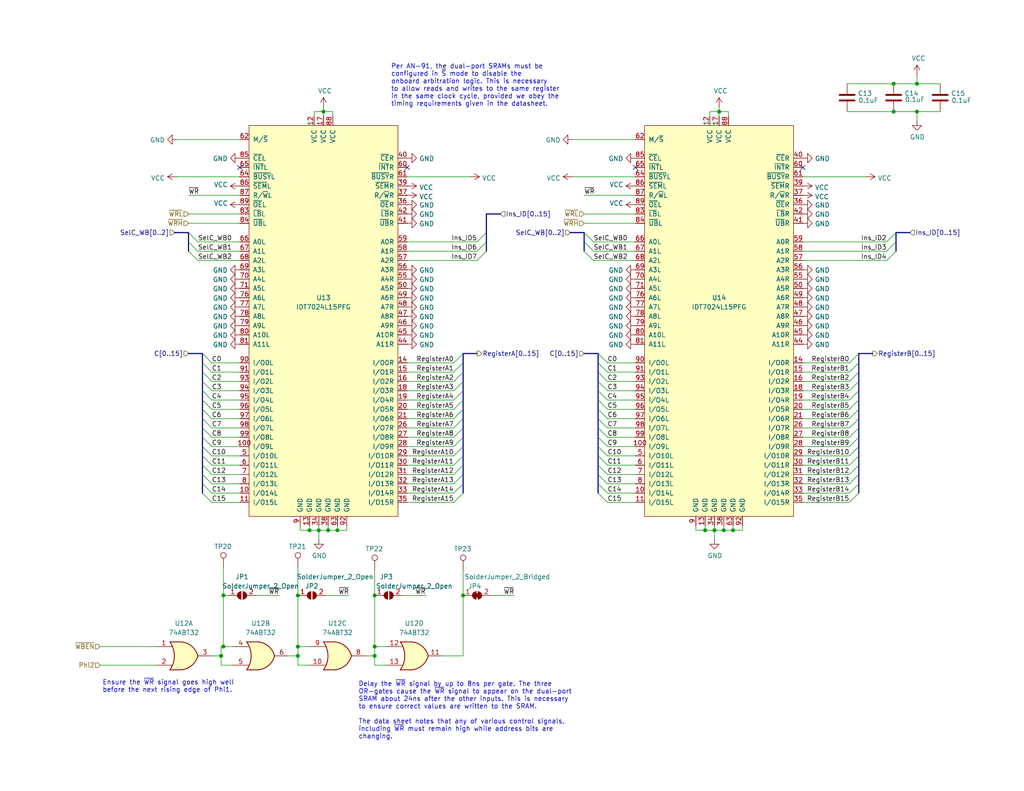
<source format=kicad_sch>
(kicad_sch (version 20250114) (generator "eeschema") (generator_version "9.0")
  (paper "USLetter")
  (title_block (title "Register File") (date "2025-07-02") (rev "A") (comment 4 "Triple Port Register File build from dual port SRAM"))
  (text "Delay the ~{WR} signal by up to 8ns per gate. The three\nOR-gates cause the ~{WR} signal to appear on the dual-port\nSRAM about 24ns after the other inputs. This is necessary\nto ensure correct values are written to the SRAM.\n\nThe data sheet notes that any of various control signals,\nincluding ~{WR} must remain high while address bits are\nchanging." (at 97.79 201.93 0) (effects (font (size 1.27 1.27)) (justify left bottom)))
  (text "Per AN-91, the dual-port SRAMs must be\nconfigured in ~{S} mode to disable the\nonboard arbitration logic. This is necessary\nto allow reads and writes to the same register\nin the same clock cycle, provided we obey the \ntiming requirements given in the datasheet." (at 106.68 29.21 0) (effects (font (size 1.27 1.27)) (justify left bottom)))
  (text "Ensure the ~{WR} signal goes high well\nbefore the next rising edge of Phi1." (at 27.94 189.23 0) (effects (font (size 1.27 1.27)) (justify left bottom)))
  (junction (at 60.96 176.53))
  (junction (at 89.535 144.78))
  (junction (at 88.265 30.48))
  (junction (at 81.28 179.07))
  (junction (at 102.235 162.56))
  (junction (at 243.84 22.86))
  (junction (at 60.96 162.56))
  (junction (at 86.995 144.78))
  (junction (at 192.405 144.78))
  (junction (at 197.485 144.78))
  (junction (at 126.365 162.56))
  (junction (at 243.84 30.48))
  (junction (at 102.235 176.53))
  (junction (at 92.075 144.78))
  (junction (at 196.215 30.48))
  (junction (at 250.19 22.86))
  (junction (at 81.28 176.53))
  (junction (at 250.19 30.48))
  (junction (at 200.025 144.78))
  (junction (at 81.28 162.56))
  (junction (at 84.455 144.78))
  (junction (at 102.235 179.07))
  (junction (at 60.325 179.07))
  (junction (at 194.945 144.78))
  (no_connect (at 111.125 45.72))
  (no_connect (at 65.405 45.72))
  (no_connect (at 219.075 45.72))
  (no_connect (at 173.355 45.72))
  (bus_entry (at 234.315 109.22) (size -2.54 2.54))
  (bus_entry (at 126.365 124.46) (size -2.54 2.54))
  (bus_entry (at 159.385 63.5) (size 2.54 2.54))
  (bus_entry (at 55.245 111.76) (size 2.54 2.54))
  (bus_entry (at 132.715 68.58) (size -2.54 2.54))
  (bus_entry (at 163.195 119.38) (size 2.54 2.54))
  (bus_entry (at 163.195 104.14) (size 2.54 2.54))
  (bus_entry (at 51.435 66.04) (size 2.54 2.54))
  (bus_entry (at 234.315 104.14) (size -2.54 2.54))
  (bus_entry (at 163.195 96.52) (size 2.54 2.54))
  (bus_entry (at 163.195 106.68) (size 2.54 2.54))
  (bus_entry (at 163.195 127) (size 2.54 2.54))
  (bus_entry (at 55.245 96.52) (size 2.54 2.54))
  (bus_entry (at 163.195 116.84) (size 2.54 2.54))
  (bus_entry (at 126.365 121.92) (size -2.54 2.54))
  (bus_entry (at 234.315 119.38) (size -2.54 2.54))
  (bus_entry (at 163.195 101.6) (size 2.54 2.54))
  (bus_entry (at 163.195 121.92) (size 2.54 2.54))
  (bus_entry (at 234.315 114.3) (size -2.54 2.54))
  (bus_entry (at 55.245 109.22) (size 2.54 2.54))
  (bus_entry (at 234.315 106.68) (size -2.54 2.54))
  (bus_entry (at 55.245 134.62) (size 2.54 2.54))
  (bus_entry (at 126.365 127) (size -2.54 2.54))
  (bus_entry (at 55.245 132.08) (size 2.54 2.54))
  (bus_entry (at 126.365 132.08) (size -2.54 2.54))
  (bus_entry (at 244.475 68.58) (size -2.54 2.54))
  (bus_entry (at 126.365 99.06) (size -2.54 2.54))
  (bus_entry (at 234.315 129.54) (size -2.54 2.54))
  (bus_entry (at 244.475 66.04) (size -2.54 2.54))
  (bus_entry (at 55.245 106.68) (size 2.54 2.54))
  (bus_entry (at 55.245 129.54) (size 2.54 2.54))
  (bus_entry (at 55.245 114.3) (size 2.54 2.54))
  (bus_entry (at 163.195 99.06) (size 2.54 2.54))
  (bus_entry (at 126.365 116.84) (size -2.54 2.54))
  (bus_entry (at 55.245 119.38) (size 2.54 2.54))
  (bus_entry (at 126.365 129.54) (size -2.54 2.54))
  (bus_entry (at 132.715 63.5) (size -2.54 2.54))
  (bus_entry (at 163.195 124.46) (size 2.54 2.54))
  (bus_entry (at 51.435 63.5) (size 2.54 2.54))
  (bus_entry (at 234.315 116.84) (size -2.54 2.54))
  (bus_entry (at 163.195 111.76) (size 2.54 2.54))
  (bus_entry (at 126.365 119.38) (size -2.54 2.54))
  (bus_entry (at 55.245 124.46) (size 2.54 2.54))
  (bus_entry (at 234.315 134.62) (size -2.54 2.54))
  (bus_entry (at 55.245 127) (size 2.54 2.54))
  (bus_entry (at 159.385 66.04) (size 2.54 2.54))
  (bus_entry (at 132.715 66.04) (size -2.54 2.54))
  (bus_entry (at 126.365 114.3) (size -2.54 2.54))
  (bus_entry (at 51.435 68.58) (size 2.54 2.54))
  (bus_entry (at 234.315 124.46) (size -2.54 2.54))
  (bus_entry (at 55.245 104.14) (size 2.54 2.54))
  (bus_entry (at 163.195 132.08) (size 2.54 2.54))
  (bus_entry (at 55.245 116.84) (size 2.54 2.54))
  (bus_entry (at 163.195 109.22) (size 2.54 2.54))
  (bus_entry (at 126.365 106.68) (size -2.54 2.54))
  (bus_entry (at 234.315 111.76) (size -2.54 2.54))
  (bus_entry (at 163.195 114.3) (size 2.54 2.54))
  (bus_entry (at 55.245 121.92) (size 2.54 2.54))
  (bus_entry (at 234.315 101.6) (size -2.54 2.54))
  (bus_entry (at 163.195 134.62) (size 2.54 2.54))
  (bus_entry (at 234.315 99.06) (size -2.54 2.54))
  (bus_entry (at 126.365 109.22) (size -2.54 2.54))
  (bus_entry (at 244.475 63.5) (size -2.54 2.54))
  (bus_entry (at 163.195 129.54) (size 2.54 2.54))
  (bus_entry (at 234.315 96.52) (size -2.54 2.54))
  (bus_entry (at 234.315 132.08) (size -2.54 2.54))
  (bus_entry (at 234.315 121.92) (size -2.54 2.54))
  (bus_entry (at 126.365 104.14) (size -2.54 2.54))
  (bus_entry (at 55.245 101.6) (size 2.54 2.54))
  (bus_entry (at 234.315 127) (size -2.54 2.54))
  (bus_entry (at 55.245 99.06) (size 2.54 2.54))
  (bus_entry (at 126.365 134.62) (size -2.54 2.54))
  (bus_entry (at 126.365 111.76) (size -2.54 2.54))
  (bus_entry (at 126.365 96.52) (size -2.54 2.54))
  (bus_entry (at 126.365 101.6) (size -2.54 2.54))
  (bus_entry (at 159.385 68.58) (size 2.54 2.54))
  (bus (pts (xy 55.245 104.14) (xy 55.245 106.68)))
  (wire (pts (xy 116.205 162.56) (xy 109.855 162.56)))
  (wire (pts (xy 219.075 109.22) (xy 231.775 109.22)))
  (bus (pts (xy 126.365 104.14) (xy 126.365 106.68)))
  (wire (pts (xy 156.21 48.26) (xy 173.355 48.26)))
  (wire (pts (xy 111.125 116.84) (xy 123.825 116.84)))
  (wire (pts (xy 250.19 30.48) (xy 243.84 30.48)))
  (bus (pts (xy 248.285 63.5) (xy 244.475 63.5)))
  (bus (pts (xy 234.315 116.84) (xy 234.315 119.38)))
  (wire (pts (xy 57.785 127) (xy 65.405 127)))
  (wire (pts (xy 120.65 179.07) (xy 126.365 179.07)))
  (bus (pts (xy 163.195 132.08) (xy 163.195 134.62)))
  (wire (pts (xy 111.125 48.26) (xy 128.27 48.26)))
  (wire (pts (xy 102.235 162.56) (xy 102.235 176.53)))
  (wire (pts (xy 219.075 114.3) (xy 231.775 114.3)))
  (bus (pts (xy 163.195 121.92) (xy 163.195 124.46)))
  (wire (pts (xy 81.915 143.51) (xy 81.915 144.78)))
  (wire (pts (xy 197.485 144.78) (xy 200.025 144.78)))
  (wire (pts (xy 111.125 124.46) (xy 123.825 124.46)))
  (wire (pts (xy 161.925 66.04) (xy 173.355 66.04)))
  (wire (pts (xy 219.075 132.08) (xy 231.775 132.08)))
  (bus (pts (xy 234.315 127) (xy 234.315 129.54)))
  (wire (pts (xy 196.215 30.48) (xy 196.215 31.75)))
  (wire (pts (xy 27.305 176.53) (xy 42.545 176.53)))
  (wire (pts (xy 165.735 104.14) (xy 173.355 104.14)))
  (bus (pts (xy 55.245 114.3) (xy 55.245 116.84)))
  (bus (pts (xy 163.195 119.38) (xy 163.195 121.92)))
  (wire (pts (xy 88.265 29.21) (xy 88.265 30.48)))
  (bus (pts (xy 55.245 116.84) (xy 55.245 119.38)))
  (wire (pts (xy 57.785 99.06) (xy 65.405 99.06)))
  (bus (pts (xy 163.195 116.84) (xy 163.195 119.38)))
  (wire (pts (xy 60.325 179.07) (xy 60.325 176.53)))
  (bus (pts (xy 234.315 101.6) (xy 234.315 104.14)))
  (bus (pts (xy 126.365 127) (xy 126.365 129.54)))
  (wire (pts (xy 57.785 137.16) (xy 65.405 137.16)))
  (wire (pts (xy 78.74 179.07) (xy 81.28 179.07)))
  (bus (pts (xy 132.715 66.04) (xy 132.715 68.58)))
  (wire (pts (xy 81.28 176.53) (xy 84.455 176.53)))
  (wire (pts (xy 57.785 124.46) (xy 65.405 124.46)))
  (wire (pts (xy 111.125 114.3) (xy 123.825 114.3)))
  (wire (pts (xy 197.485 143.51) (xy 197.485 144.78)))
  (wire (pts (xy 57.785 114.3) (xy 65.405 114.3)))
  (bus (pts (xy 159.385 96.52) (xy 163.195 96.52)))
  (wire (pts (xy 161.925 68.58) (xy 173.355 68.58)))
  (wire (pts (xy 219.075 124.46) (xy 231.775 124.46)))
  (bus (pts (xy 159.385 66.04) (xy 159.385 68.58)))
  (bus (pts (xy 163.195 101.6) (xy 163.195 104.14)))
  (wire (pts (xy 85.725 31.75) (xy 85.725 30.48)))
  (wire (pts (xy 57.785 109.22) (xy 65.405 109.22)))
  (wire (pts (xy 219.075 134.62) (xy 231.775 134.62)))
  (bus (pts (xy 163.195 104.14) (xy 163.195 106.68)))
  (wire (pts (xy 102.235 179.07) (xy 102.235 176.53)))
  (wire (pts (xy 111.125 106.68) (xy 123.825 106.68)))
  (wire (pts (xy 219.075 116.84) (xy 231.775 116.84)))
  (wire (pts (xy 194.945 144.78) (xy 197.485 144.78)))
  (bus (pts (xy 47.625 63.5) (xy 51.435 63.5)))
  (wire (pts (xy 192.405 144.78) (xy 194.945 144.78)))
  (wire (pts (xy 60.96 162.56) (xy 62.23 162.56)))
  (wire (pts (xy 99.695 179.07) (xy 102.235 179.07)))
  (wire (pts (xy 243.84 22.86) (xy 250.19 22.86)))
  (wire (pts (xy 219.075 106.68) (xy 231.775 106.68)))
  (wire (pts (xy 165.735 129.54) (xy 173.355 129.54)))
  (wire (pts (xy 165.735 109.22) (xy 173.355 109.22)))
  (wire (pts (xy 95.25 162.56) (xy 88.9 162.56)))
  (wire (pts (xy 111.125 111.76) (xy 123.825 111.76)))
  (bus (pts (xy 234.315 129.54) (xy 234.315 132.08)))
  (bus (pts (xy 163.195 129.54) (xy 163.195 132.08)))
  (wire (pts (xy 60.325 181.61) (xy 63.5 181.61)))
  (wire (pts (xy 89.535 144.78) (xy 92.075 144.78)))
  (wire (pts (xy 111.125 101.6) (xy 123.825 101.6)))
  (wire (pts (xy 65.405 60.96) (xy 51.435 60.96)))
  (wire (pts (xy 130.175 66.04) (xy 111.125 66.04)))
  (wire (pts (xy 111.125 109.22) (xy 123.825 109.22)))
  (wire (pts (xy 165.735 134.62) (xy 173.355 134.62)))
  (wire (pts (xy 102.235 181.61) (xy 105.41 181.61)))
  (wire (pts (xy 202.565 144.78) (xy 202.565 143.51)))
  (wire (pts (xy 194.945 144.78) (xy 194.945 147.32)))
  (wire (pts (xy 65.405 58.42) (xy 51.435 58.42)))
  (wire (pts (xy 165.735 116.84) (xy 173.355 116.84)))
  (bus (pts (xy 163.195 114.3) (xy 163.195 116.84)))
  (wire (pts (xy 219.075 129.54) (xy 231.775 129.54)))
  (wire (pts (xy 48.26 38.1) (xy 65.405 38.1)))
  (bus (pts (xy 51.435 66.04) (xy 51.435 68.58)))
  (wire (pts (xy 219.075 101.6) (xy 231.775 101.6)))
  (bus (pts (xy 51.435 63.5) (xy 51.435 66.04)))
  (wire (pts (xy 165.735 111.76) (xy 173.355 111.76)))
  (wire (pts (xy 81.28 154.94) (xy 81.28 162.56)))
  (wire (pts (xy 84.455 143.51) (xy 84.455 144.78)))
  (bus (pts (xy 126.365 99.06) (xy 126.365 101.6)))
  (wire (pts (xy 173.355 53.34) (xy 159.385 53.34)))
  (bus (pts (xy 55.245 109.22) (xy 55.245 111.76)))
  (bus (pts (xy 234.315 132.08) (xy 234.315 134.62)))
  (wire (pts (xy 60.96 162.56) (xy 60.96 176.53)))
  (wire (pts (xy 111.125 68.58) (xy 130.175 68.58)))
  (wire (pts (xy 196.215 29.21) (xy 196.215 30.48)))
  (wire (pts (xy 200.025 144.78) (xy 202.565 144.78)))
  (wire (pts (xy 111.125 137.16) (xy 123.825 137.16)))
  (wire (pts (xy 189.865 144.78) (xy 192.405 144.78)))
  (wire (pts (xy 88.265 30.48) (xy 88.265 31.75)))
  (bus (pts (xy 234.315 119.38) (xy 234.315 121.92)))
  (wire (pts (xy 81.28 179.07) (xy 81.28 181.61)))
  (wire (pts (xy 111.125 121.92) (xy 123.825 121.92)))
  (bus (pts (xy 51.435 96.52) (xy 55.245 96.52)))
  (wire (pts (xy 173.355 60.96) (xy 159.385 60.96)))
  (wire (pts (xy 194.945 143.51) (xy 194.945 144.78)))
  (wire (pts (xy 219.075 104.14) (xy 231.775 104.14)))
  (wire (pts (xy 89.535 143.51) (xy 89.535 144.78)))
  (wire (pts (xy 86.995 144.78) (xy 89.535 144.78)))
  (wire (pts (xy 90.805 30.48) (xy 90.805 31.75)))
  (bus (pts (xy 130.175 96.52) (xy 126.365 96.52)))
  (wire (pts (xy 81.28 162.56) (xy 81.28 176.53)))
  (bus (pts (xy 155.575 63.5) (xy 159.385 63.5)))
  (wire (pts (xy 219.075 48.26) (xy 236.22 48.26)))
  (wire (pts (xy 126.365 162.56) (xy 126.365 179.07)))
  (wire (pts (xy 196.215 30.48) (xy 198.755 30.48)))
  (wire (pts (xy 219.075 68.58) (xy 241.935 68.58)))
  (bus (pts (xy 55.245 129.54) (xy 55.245 132.08)))
  (wire (pts (xy 193.675 31.75) (xy 193.675 30.48)))
  (wire (pts (xy 57.785 121.92) (xy 65.405 121.92)))
  (wire (pts (xy 156.21 38.1) (xy 173.355 38.1)))
  (bus (pts (xy 126.365 129.54) (xy 126.365 132.08)))
  (wire (pts (xy 53.975 66.04) (xy 65.405 66.04)))
  (wire (pts (xy 231.14 22.86) (xy 243.84 22.86)))
  (bus (pts (xy 244.475 66.04) (xy 244.475 68.58)))
  (wire (pts (xy 165.735 132.08) (xy 173.355 132.08)))
  (bus (pts (xy 163.195 99.06) (xy 163.195 101.6)))
  (wire (pts (xy 165.735 114.3) (xy 173.355 114.3)))
  (wire (pts (xy 60.96 176.53) (xy 63.5 176.53)))
  (wire (pts (xy 48.26 48.26) (xy 65.405 48.26)))
  (wire (pts (xy 57.785 116.84) (xy 65.405 116.84)))
  (wire (pts (xy 111.125 119.38) (xy 123.825 119.38)))
  (bus (pts (xy 163.195 96.52) (xy 163.195 99.06)))
  (bus (pts (xy 234.315 114.3) (xy 234.315 116.84)))
  (wire (pts (xy 189.865 143.51) (xy 189.865 144.78)))
  (bus (pts (xy 126.365 121.92) (xy 126.365 124.46)))
  (wire (pts (xy 140.335 162.56) (xy 133.985 162.56)))
  (bus (pts (xy 55.245 99.06) (xy 55.245 101.6)))
  (wire (pts (xy 219.075 111.76) (xy 231.775 111.76)))
  (wire (pts (xy 165.735 137.16) (xy 173.355 137.16)))
  (wire (pts (xy 57.785 134.62) (xy 65.405 134.62)))
  (wire (pts (xy 250.19 20.32) (xy 250.19 22.86)))
  (wire (pts (xy 57.785 179.07) (xy 60.325 179.07)))
  (bus (pts (xy 126.365 119.38) (xy 126.365 121.92)))
  (wire (pts (xy 256.54 30.48) (xy 250.19 30.48)))
  (wire (pts (xy 192.405 143.51) (xy 192.405 144.78)))
  (bus (pts (xy 163.195 106.68) (xy 163.195 109.22)))
  (bus (pts (xy 55.245 127) (xy 55.245 129.54)))
  (wire (pts (xy 84.455 144.78) (xy 86.995 144.78)))
  (bus (pts (xy 163.195 127) (xy 163.195 129.54)))
  (bus (pts (xy 55.245 111.76) (xy 55.245 114.3)))
  (bus (pts (xy 234.315 109.22) (xy 234.315 111.76)))
  (wire (pts (xy 219.075 119.38) (xy 231.775 119.38)))
  (bus (pts (xy 159.385 63.5) (xy 159.385 66.04)))
  (wire (pts (xy 94.615 144.78) (xy 94.615 143.51)))
  (wire (pts (xy 65.405 53.34) (xy 51.435 53.34)))
  (wire (pts (xy 111.125 127) (xy 123.825 127)))
  (wire (pts (xy 102.235 155.575) (xy 102.235 162.56)))
  (wire (pts (xy 198.755 30.48) (xy 198.755 31.75)))
  (wire (pts (xy 111.125 132.08) (xy 123.825 132.08)))
  (wire (pts (xy 60.96 176.53) (xy 60.325 176.53)))
  (bus (pts (xy 163.195 111.76) (xy 163.195 114.3)))
  (bus (pts (xy 234.315 111.76) (xy 234.315 114.3)))
  (wire (pts (xy 241.935 66.04) (xy 219.075 66.04)))
  (wire (pts (xy 102.235 176.53) (xy 105.41 176.53)))
  (bus (pts (xy 244.475 63.5) (xy 244.475 66.04)))
  (wire (pts (xy 76.2 162.56) (xy 69.85 162.56)))
  (wire (pts (xy 165.735 119.38) (xy 173.355 119.38)))
  (wire (pts (xy 200.025 143.51) (xy 200.025 144.78)))
  (wire (pts (xy 81.28 179.07) (xy 81.28 176.53)))
  (wire (pts (xy 241.935 71.12) (xy 219.075 71.12)))
  (wire (pts (xy 130.175 71.12) (xy 111.125 71.12)))
  (wire (pts (xy 250.19 22.86) (xy 256.54 22.86)))
  (wire (pts (xy 86.995 143.51) (xy 86.995 144.78)))
  (wire (pts (xy 250.19 33.02) (xy 250.19 30.48)))
  (bus (pts (xy 55.245 132.08) (xy 55.245 134.62)))
  (wire (pts (xy 165.735 106.68) (xy 173.355 106.68)))
  (bus (pts (xy 126.365 101.6) (xy 126.365 104.14)))
  (wire (pts (xy 102.235 179.07) (xy 102.235 181.61)))
  (wire (pts (xy 161.925 71.12) (xy 173.355 71.12)))
  (bus (pts (xy 55.245 101.6) (xy 55.245 104.14)))
  (wire (pts (xy 53.975 71.12) (xy 65.405 71.12)))
  (wire (pts (xy 57.785 106.68) (xy 65.405 106.68)))
  (wire (pts (xy 57.785 119.38) (xy 65.405 119.38)))
  (wire (pts (xy 92.075 144.78) (xy 94.615 144.78)))
  (wire (pts (xy 111.125 129.54) (xy 123.825 129.54)))
  (bus (pts (xy 126.365 111.76) (xy 126.365 114.3)))
  (bus (pts (xy 126.365 96.52) (xy 126.365 99.06)))
  (bus (pts (xy 126.365 116.84) (xy 126.365 119.38)))
  (wire (pts (xy 165.735 121.92) (xy 173.355 121.92)))
  (wire (pts (xy 165.735 124.46) (xy 173.355 124.46)))
  (bus (pts (xy 55.245 119.38) (xy 55.245 121.92)))
  (wire (pts (xy 219.075 137.16) (xy 231.775 137.16)))
  (wire (pts (xy 165.735 101.6) (xy 173.355 101.6)))
  (bus (pts (xy 132.715 63.5) (xy 132.715 66.04)))
  (wire (pts (xy 193.675 30.48) (xy 196.215 30.48)))
  (bus (pts (xy 234.315 104.14) (xy 234.315 106.68)))
  (bus (pts (xy 126.365 109.22) (xy 126.365 111.76)))
  (wire (pts (xy 57.785 104.14) (xy 65.405 104.14)))
  (bus (pts (xy 126.365 132.08) (xy 126.365 134.62)))
  (bus (pts (xy 234.315 121.92) (xy 234.315 124.46)))
  (bus (pts (xy 136.525 58.42) (xy 132.715 58.42)))
  (wire (pts (xy 111.125 104.14) (xy 123.825 104.14)))
  (wire (pts (xy 57.785 129.54) (xy 65.405 129.54)))
  (bus (pts (xy 163.195 124.46) (xy 163.195 127)))
  (wire (pts (xy 57.785 132.08) (xy 65.405 132.08)))
  (bus (pts (xy 126.365 106.68) (xy 126.365 109.22)))
  (wire (pts (xy 60.96 154.94) (xy 60.96 162.56)))
  (bus (pts (xy 126.365 124.46) (xy 126.365 127)))
  (wire (pts (xy 86.995 144.78) (xy 86.995 147.32)))
  (wire (pts (xy 57.785 101.6) (xy 65.405 101.6)))
  (wire (pts (xy 27.305 181.61) (xy 42.545 181.61)))
  (wire (pts (xy 165.735 127) (xy 173.355 127)))
  (wire (pts (xy 57.785 111.76) (xy 65.405 111.76)))
  (bus (pts (xy 238.125 96.52) (xy 234.315 96.52)))
  (bus (pts (xy 126.365 114.3) (xy 126.365 116.84)))
  (wire (pts (xy 53.975 68.58) (xy 65.405 68.58)))
  (wire (pts (xy 81.28 181.61) (xy 84.455 181.61)))
  (wire (pts (xy 111.125 99.06) (xy 123.825 99.06)))
  (wire (pts (xy 243.84 30.48) (xy 231.14 30.48)))
  (wire (pts (xy 88.265 30.48) (xy 90.805 30.48)))
  (bus (pts (xy 55.245 121.92) (xy 55.245 124.46)))
  (bus (pts (xy 132.715 58.42) (xy 132.715 63.5)))
  (bus (pts (xy 234.315 96.52) (xy 234.315 99.06)))
  (wire (pts (xy 165.735 99.06) (xy 173.355 99.06)))
  (wire (pts (xy 126.365 155.575) (xy 126.365 162.56)))
  (bus (pts (xy 234.315 124.46) (xy 234.315 127)))
  (wire (pts (xy 92.075 143.51) (xy 92.075 144.78)))
  (wire (pts (xy 111.125 134.62) (xy 123.825 134.62)))
  (bus (pts (xy 55.245 124.46) (xy 55.245 127)))
  (wire (pts (xy 219.075 121.92) (xy 231.775 121.92)))
  (wire (pts (xy 60.325 179.07) (xy 60.325 181.61)))
  (bus (pts (xy 234.315 99.06) (xy 234.315 101.6)))
  (wire (pts (xy 85.725 30.48) (xy 88.265 30.48)))
  (bus (pts (xy 163.195 109.22) (xy 163.195 111.76)))
  (wire (pts (xy 173.355 58.42) (xy 159.385 58.42)))
  (wire (pts (xy 219.075 99.06) (xy 231.775 99.06)))
  (bus (pts (xy 234.315 106.68) (xy 234.315 109.22)))
  (wire (pts (xy 219.075 127) (xy 231.775 127)))
  (bus (pts (xy 55.245 106.68) (xy 55.245 109.22)))
  (wire (pts (xy 81.915 144.78) (xy 84.455 144.78)))
  (bus (pts (xy 55.245 96.52) (xy 55.245 99.06)))
  (label "C13" (at 165.735 132.08 0))
  (label "Ins_ID4" (at 241.935 71.12 180))
  (label "SelC_WB0" (at 161.925 66.04 0))
  (label "RegisterB7" (at 231.775 116.84 180))
  (label "RegisterB14" (at 231.775 134.62 180))
  (label "C11" (at 57.785 127 0))
  (label "C15" (at 165.735 137.16 0))
  (label "SelC_WB2" (at 161.925 71.12 0))
  (label "Ins_ID7" (at 130.175 71.12 180))
  (label "C5" (at 57.785 111.76 0))
  (label "RegisterA13" (at 123.825 132.08 180))
  (label "C0" (at 165.735 99.06 0))
  (label "RegisterB10" (at 231.775 124.46 180))
  (label "C12" (at 57.785 129.54 0))
  (label "SelC_WB2" (at 53.975 71.12 0))
  (label "RegisterA5" (at 123.825 111.76 180))
  (label "C9" (at 57.785 121.92 0))
  (label "C4" (at 165.735 109.22 0))
  (label "RegisterB9" (at 231.775 121.92 180))
  (label "~{WR}" (at 95.25 162.56 180))
  (label "~{WR}" (at 116.205 162.56 180))
  (label "SelC_WB0" (at 53.975 66.04 0))
  (label "C0" (at 57.785 99.06 0))
  (label "C3" (at 57.785 106.68 0))
  (label "Ins_ID3" (at 241.935 68.58 180))
  (label "C6" (at 57.785 114.3 0))
  (label "C11" (at 165.735 127 0))
  (label "RegisterB12" (at 231.775 129.54 180))
  (label "RegisterA4" (at 123.825 109.22 180))
  (label "RegisterA0" (at 123.825 99.06 180))
  (label "RegisterA10" (at 123.825 124.46 180))
  (label "RegisterB1" (at 231.775 101.6 180))
  (label "C5" (at 165.735 111.76 0))
  (label "RegisterB6" (at 231.775 114.3 180))
  (label "Ins_ID6" (at 130.175 68.58 180))
  (label "RegisterA2" (at 123.825 104.14 180))
  (label "RegisterB3" (at 231.775 106.68 180))
  (label "C15" (at 57.785 137.16 0))
  (label "C6" (at 165.735 114.3 0))
  (label "C10" (at 57.785 124.46 0))
  (label "RegisterA3" (at 123.825 106.68 180))
  (label "RegisterA1" (at 123.825 101.6 180))
  (label "SelC_WB1" (at 161.925 68.58 0))
  (label "RegisterB0" (at 231.775 99.06 180))
  (label "C12" (at 165.735 129.54 0))
  (label "RegisterA7" (at 123.825 116.84 180))
  (label "RegisterB5" (at 231.775 111.76 180))
  (label "C3" (at 165.735 106.68 0))
  (label "RegisterB4" (at 231.775 109.22 180))
  (label "RegisterA8" (at 123.825 119.38 180))
  (label "RegisterB2" (at 231.775 104.14 180))
  (label "C14" (at 165.735 134.62 0))
  (label "C1" (at 57.785 101.6 0))
  (label "RegisterB11" (at 231.775 127 180))
  (label "SelC_WB1" (at 53.975 68.58 0))
  (label "RegisterA11" (at 123.825 127 180))
  (label "~{WR}" (at 76.2 162.56 180))
  (label "C14" (at 57.785 134.62 0))
  (label "Ins_ID2" (at 241.935 66.04 180))
  (label "C9" (at 165.735 121.92 0))
  (label "C2" (at 165.735 104.14 0))
  (label "C8" (at 165.735 119.38 0))
  (label "~{WR}" (at 159.385 53.34 0))
  (label "C10" (at 165.735 124.46 0))
  (label "RegisterB15" (at 231.775 137.16 180))
  (label "C7" (at 57.785 116.84 0))
  (label "C8" (at 57.785 119.38 0))
  (label "Ins_ID5" (at 130.175 66.04 180))
  (label "C7" (at 165.735 116.84 0))
  (label "RegisterA9" (at 123.825 121.92 180))
  (label "RegisterA15" (at 123.825 137.16 180))
  (label "C13" (at 57.785 132.08 0))
  (label "RegisterB13" (at 231.775 132.08 180))
  (label "~{WR}" (at 140.335 162.56 180))
  (label "C2" (at 57.785 104.14 0))
  (label "RegisterA6" (at 123.825 114.3 180))
  (label "C1" (at 165.735 101.6 0))
  (label "C4" (at 57.785 109.22 0))
  (label "RegisterB8" (at 231.775 119.38 180))
  (label "RegisterA12" (at 123.825 129.54 180))
  (label "~{WR}" (at 51.435 53.34 0))
  (label "RegisterA14" (at 123.825 134.62 180))
  (hierarchical_label "~{WBEN}" (shape input) (at 27.305 176.53 180))
  (hierarchical_label "C[0..15]" (shape input) (at 51.435 96.52 180))
  (hierarchical_label "SelC_WB[0..2]" (shape input) (at 155.575 63.5 180))
  (hierarchical_label "Phi2" (shape input) (at 27.305 181.61 180))
  (hierarchical_label "~{WRL}" (shape input) (at 51.435 58.42 180))
  (hierarchical_label "C[0..15]" (shape input) (at 159.385 96.52 180))
  (hierarchical_label "RegisterB[0..15]" (shape output) (at 238.125 96.52 0))
  (hierarchical_label "Ins_ID[0..15]" (shape input) (at 248.285 63.5 0))
  (hierarchical_label "SelC_WB[0..2]" (shape input) (at 47.625 63.5 180))
  (hierarchical_label "Ins_ID[0..15]" (shape input) (at 136.525 58.42 0))
  (hierarchical_label "~{WRH}" (shape input) (at 159.385 60.96 180))
  (hierarchical_label "RegisterA[0..15]" (shape output) (at 130.175 96.52 0))
  (hierarchical_label "~{WRL}" (shape input) (at 159.385 58.42 180))
  (hierarchical_label "~{WRH}" (shape input) (at 51.435 60.96 180))
  (symbol (lib_id "power:GND") (at 250.19 33.02 0) (unit 1)
    (property "Reference" "#PWR0129" (effects (hide yes)))
    (property "Value" "GND" (at 250.317 37.4142 0))
    (property "Description" "Power symbol creates a global label with name \"GND\" , ground" (effects (hide yes)))
  )
  (symbol (lib_id "Device:C") (at 256.54 26.67 0) (unit 1)
    (property "Reference" "C15" (at 259.461 25.5016 0) (effects (justify left)))
    (property "Value" "0.1uF" (at 259.588 27.432 0) (effects (justify left)))
    (property "Footprint" "Capacitor_SMD:C_0603_1608Metric" (effects (hide yes)))
    (property "Datasheet" "https://www.mouser.com/datasheet/2/396/taiyo_yuden_12132018_mlcc11_hq_e-1510082.pdf" (effects (hide yes)))
    (property "Manufacturer" "Taiyo Yuden" (effects (hide yes)))
    (property "Manufacturer#" "EMK107B7104KAHT" (effects (hide yes)))
    (property "Mouser#" "963-EMK107B7104KAHT" (effects (hide yes)))
    (property "Digikey#" "587-6004-1-ND" (effects (hide yes)))
  )
  (symbol (lib_id "Device:C") (at 243.84 26.67 0) (unit 1)
    (property "Reference" "C14" (at 246.761 25.5016 0) (effects (justify left)))
    (property "Value" "0.1uF" (at 246.888 27.178 0) (effects (justify left)))
    (property "Footprint" "Capacitor_SMD:C_0603_1608Metric" (effects (hide yes)))
    (property "Datasheet" "https://www.mouser.com/datasheet/2/396/taiyo_yuden_12132018_mlcc11_hq_e-1510082.pdf" (effects (hide yes)))
    (property "Manufacturer" "Taiyo Yuden" (effects (hide yes)))
    (property "Manufacturer#" "EMK107B7104KAHT" (effects (hide yes)))
    (property "Mouser#" "963-EMK107B7104KAHT" (effects (hide yes)))
    (property "Digikey#" "587-6004-1-ND" (effects (hide yes)))
  )
  (symbol (lib_id "power:VCC") (at 250.19 20.32 0) (unit 1)
    (property "Reference" "#PWR0128" (effects (hide yes)))
    (property "Value" "VCC" (at 250.6218 15.9258 0))
    (property "Description" "Power symbol creates a global label with name \"VCC\"" (effects (hide yes)))
  )
  (symbol (lib_id "Turtle16:IDT7024L15PFG") (at 88.265 82.55 0) (unit 1)
    (property "Reference" "U13" (at 88.265 81.28 0))
    (property "Value" "IDT7024L15PFG" (at 88.265 83.82 0))
    (property "Footprint" "Package_QFP:TQFP-100_14x14mm_P0.5mm" (effects (hide yes)))
    (property "Datasheet" "https://www.mouser.com/datasheet/2/698/REN_7024_DST_20200220-2930664.pdf" (effects (hide yes)))
    (property "Manufacturer" "Renesas Electronics Corporation" (effects (hide yes)))
    (property "Manufacturer#" "7024L15PFG" (effects (hide yes)))
    (property "Mouser#" "972-7024L15PFG" (effects (hide yes)))
    (property "Digikey#" "800-3611-ND" (effects (hide yes)))
  )
  (symbol (lib_id "power:VCC") (at 88.265 29.21 0) (unit 1)
    (property "Reference" "#PWR079" (effects (hide yes)))
    (property "Value" "VCC" (at 88.646 24.8158 0))
    (property "Description" "Power symbol creates a global label with name \"VCC\"" (effects (hide yes)))
  )
  (symbol (lib_id "power:GND") (at 86.995 147.32 0) (unit 1)
    (property "Reference" "#PWR078" (effects (hide yes)))
    (property "Value" "GND" (at 87.122 151.7142 0))
    (property "Description" "Power symbol creates a global label with name \"GND\" , ground" (effects (hide yes)))
  )
  (symbol (lib_id "power:GND") (at 65.405 43.18 270) (unit 1)
    (property "Reference" "#PWR066" (effects (hide yes)))
    (property "Value" "GND" (at 62.1538 43.307 90) (effects (justify right)))
    (property "Description" "Power symbol creates a global label with name \"GND\" , ground" (effects (hide yes)))
  )
  (symbol (lib_id "power:GND") (at 111.125 43.18 90) (mirror x) (unit 1)
    (property "Reference" "#PWR080" (effects (hide yes)))
    (property "Value" "GND" (at 114.3762 43.307 90) (effects (justify right)))
    (property "Description" "Power symbol creates a global label with name \"GND\" , ground" (effects (hide yes)))
  )
  (symbol (lib_id "power:GND") (at 111.125 55.88 90) (mirror x) (unit 1)
    (property "Reference" "#PWR083" (effects (hide yes)))
    (property "Value" "GND" (at 114.3762 56.007 90) (effects (justify right)))
    (property "Description" "Power symbol creates a global label with name \"GND\" , ground" (effects (hide yes)))
  )
  (symbol (lib_id "power:GND") (at 111.125 73.66 90) (mirror x) (unit 1)
    (property "Reference" "#PWR086" (effects (hide yes)))
    (property "Value" "GND" (at 114.3762 73.787 90) (effects (justify right)))
    (property "Description" "Power symbol creates a global label with name \"GND\" , ground" (effects (hide yes)))
  )
  (symbol (lib_id "power:GND") (at 111.125 76.2 90) (mirror x) (unit 1)
    (property "Reference" "#PWR087" (effects (hide yes)))
    (property "Value" "GND" (at 114.3762 76.327 90) (effects (justify right)))
    (property "Description" "Power symbol creates a global label with name \"GND\" , ground" (effects (hide yes)))
  )
  (symbol (lib_id "power:GND") (at 111.125 78.74 90) (mirror x) (unit 1)
    (property "Reference" "#PWR088" (effects (hide yes)))
    (property "Value" "GND" (at 114.3762 78.867 90) (effects (justify right)))
    (property "Description" "Power symbol creates a global label with name \"GND\" , ground" (effects (hide yes)))
  )
  (symbol (lib_id "power:GND") (at 111.125 81.28 90) (mirror x) (unit 1)
    (property "Reference" "#PWR089" (effects (hide yes)))
    (property "Value" "GND" (at 114.3762 81.407 90) (effects (justify right)))
    (property "Description" "Power symbol creates a global label with name \"GND\" , ground" (effects (hide yes)))
  )
  (symbol (lib_id "power:GND") (at 111.125 83.82 90) (mirror x) (unit 1)
    (property "Reference" "#PWR090" (effects (hide yes)))
    (property "Value" "GND" (at 114.3762 83.947 90) (effects (justify right)))
    (property "Description" "Power symbol creates a global label with name \"GND\" , ground" (effects (hide yes)))
  )
  (symbol (lib_id "power:GND") (at 111.125 86.36 90) (mirror x) (unit 1)
    (property "Reference" "#PWR091" (effects (hide yes)))
    (property "Value" "GND" (at 114.3762 86.487 90) (effects (justify right)))
    (property "Description" "Power symbol creates a global label with name \"GND\" , ground" (effects (hide yes)))
  )
  (symbol (lib_id "power:GND") (at 111.125 88.9 90) (mirror x) (unit 1)
    (property "Reference" "#PWR092" (effects (hide yes)))
    (property "Value" "GND" (at 114.3762 89.027 90) (effects (justify right)))
    (property "Description" "Power symbol creates a global label with name \"GND\" , ground" (effects (hide yes)))
  )
  (symbol (lib_id "power:GND") (at 111.125 91.44 90) (mirror x) (unit 1)
    (property "Reference" "#PWR093" (effects (hide yes)))
    (property "Value" "GND" (at 114.3762 91.567 90) (effects (justify right)))
    (property "Description" "Power symbol creates a global label with name \"GND\" , ground" (effects (hide yes)))
  )
  (symbol (lib_id "power:GND") (at 111.125 93.98 90) (mirror x) (unit 1)
    (property "Reference" "#PWR094" (effects (hide yes)))
    (property "Value" "GND" (at 114.3762 94.107 90) (effects (justify right)))
    (property "Description" "Power symbol creates a global label with name \"GND\" , ground" (effects (hide yes)))
  )
  (symbol (lib_id "power:GND") (at 65.405 93.98 270) (unit 1)
    (property "Reference" "#PWR077" (effects (hide yes)))
    (property "Value" "GND" (at 62.1538 94.107 90) (effects (justify right)))
    (property "Description" "Power symbol creates a global label with name \"GND\" , ground" (effects (hide yes)))
  )
  (symbol (lib_id "power:GND") (at 65.405 91.44 270) (unit 1)
    (property "Reference" "#PWR076" (effects (hide yes)))
    (property "Value" "GND" (at 62.1538 91.567 90) (effects (justify right)))
    (property "Description" "Power symbol creates a global label with name \"GND\" , ground" (effects (hide yes)))
  )
  (symbol (lib_id "power:GND") (at 65.405 88.9 270) (unit 1)
    (property "Reference" "#PWR075" (effects (hide yes)))
    (property "Value" "GND" (at 62.1538 89.027 90) (effects (justify right)))
    (property "Description" "Power symbol creates a global label with name \"GND\" , ground" (effects (hide yes)))
  )
  (symbol (lib_id "power:GND") (at 65.405 86.36 270) (unit 1)
    (property "Reference" "#PWR074" (effects (hide yes)))
    (property "Value" "GND" (at 62.1538 86.487 90) (effects (justify right)))
    (property "Description" "Power symbol creates a global label with name \"GND\" , ground" (effects (hide yes)))
  )
  (symbol (lib_id "power:GND") (at 65.405 83.82 270) (unit 1)
    (property "Reference" "#PWR073" (effects (hide yes)))
    (property "Value" "GND" (at 62.1538 83.947 90) (effects (justify right)))
    (property "Description" "Power symbol creates a global label with name \"GND\" , ground" (effects (hide yes)))
  )
  (symbol (lib_id "power:GND") (at 65.405 81.28 270) (unit 1)
    (property "Reference" "#PWR072" (effects (hide yes)))
    (property "Value" "GND" (at 62.1538 81.407 90) (effects (justify right)))
    (property "Description" "Power symbol creates a global label with name \"GND\" , ground" (effects (hide yes)))
  )
  (symbol (lib_id "power:GND") (at 65.405 78.74 270) (unit 1)
    (property "Reference" "#PWR071" (effects (hide yes)))
    (property "Value" "GND" (at 62.1538 78.867 90) (effects (justify right)))
    (property "Description" "Power symbol creates a global label with name \"GND\" , ground" (effects (hide yes)))
  )
  (symbol (lib_id "power:GND") (at 65.405 76.2 270) (unit 1)
    (property "Reference" "#PWR070" (effects (hide yes)))
    (property "Value" "GND" (at 62.1538 76.327 90) (effects (justify right)))
    (property "Description" "Power symbol creates a global label with name \"GND\" , ground" (effects (hide yes)))
  )
  (symbol (lib_id "power:GND") (at 65.405 73.66 270) (unit 1)
    (property "Reference" "#PWR069" (effects (hide yes)))
    (property "Value" "GND" (at 62.1538 73.787 90) (effects (justify right)))
    (property "Description" "Power symbol creates a global label with name \"GND\" , ground" (effects (hide yes)))
  )
  (symbol (lib_id "power:VCC") (at 111.125 53.34 270) (unit 1)
    (property "Reference" "#PWR082" (effects (hide yes)))
    (property "Value" "VCC" (at 114.3762 53.721 90) (effects (justify left)))
    (property "Description" "Power symbol creates a global label with name \"VCC\"" (effects (hide yes)))
  )
  (symbol (lib_id "power:GND") (at 111.125 58.42 90) (mirror x) (unit 1)
    (property "Reference" "#PWR084" (effects (hide yes)))
    (property "Value" "GND" (at 114.3762 58.547 90) (effects (justify right)))
    (property "Description" "Power symbol creates a global label with name \"GND\" , ground" (effects (hide yes)))
  )
  (symbol (lib_id "power:GND") (at 111.125 60.96 90) (mirror x) (unit 1)
    (property "Reference" "#PWR085" (effects (hide yes)))
    (property "Value" "GND" (at 114.3762 61.087 90) (effects (justify right)))
    (property "Description" "Power symbol creates a global label with name \"GND\" , ground" (effects (hide yes)))
  )
  (symbol (lib_id "Turtle16:IDT7024L15PFG") (at 196.215 82.55 0) (unit 1)
    (property "Reference" "U14" (at 196.215 81.28 0))
    (property "Value" "IDT7024L15PFG" (at 196.215 83.82 0))
    (property "Footprint" "Package_QFP:TQFP-100_14x14mm_P0.5mm" (effects (hide yes)))
    (property "Datasheet" "https://www.mouser.com/datasheet/2/698/REN_7024_DST_20200220-2930664.pdf" (effects (hide yes)))
    (property "Manufacturer" "Renesas Electronics Corporation" (effects (hide yes)))
    (property "Manufacturer#" "7024L15PFG" (effects (hide yes)))
    (property "Mouser#" "972-7024L15PFG" (effects (hide yes)))
    (property "Digikey#" "800-3611-ND" (effects (hide yes)))
  )
  (symbol (lib_id "power:VCC") (at 196.215 29.21 0) (unit 1)
    (property "Reference" "#PWR0111" (effects (hide yes)))
    (property "Value" "VCC" (at 196.596 24.8158 0))
    (property "Description" "Power symbol creates a global label with name \"VCC\"" (effects (hide yes)))
  )
  (symbol (lib_id "power:GND") (at 194.945 147.32 0) (unit 1)
    (property "Reference" "#PWR0110" (effects (hide yes)))
    (property "Value" "GND" (at 195.072 151.7142 0))
    (property "Description" "Power symbol creates a global label with name \"GND\" , ground" (effects (hide yes)))
  )
  (symbol (lib_id "power:GND") (at 173.355 43.18 270) (unit 1)
    (property "Reference" "#PWR098" (effects (hide yes)))
    (property "Value" "GND" (at 170.1038 43.307 90) (effects (justify right)))
    (property "Description" "Power symbol creates a global label with name \"GND\" , ground" (effects (hide yes)))
  )
  (symbol (lib_id "power:GND") (at 219.075 43.18 90) (mirror x) (unit 1)
    (property "Reference" "#PWR0112" (effects (hide yes)))
    (property "Value" "GND" (at 222.3262 43.307 90) (effects (justify right)))
    (property "Description" "Power symbol creates a global label with name \"GND\" , ground" (effects (hide yes)))
  )
  (symbol (lib_id "power:GND") (at 219.075 55.88 90) (mirror x) (unit 1)
    (property "Reference" "#PWR0115" (effects (hide yes)))
    (property "Value" "GND" (at 222.3262 56.007 90) (effects (justify right)))
    (property "Description" "Power symbol creates a global label with name \"GND\" , ground" (effects (hide yes)))
  )
  (symbol (lib_id "power:GND") (at 219.075 73.66 90) (mirror x) (unit 1)
    (property "Reference" "#PWR0118" (effects (hide yes)))
    (property "Value" "GND" (at 222.3262 73.787 90) (effects (justify right)))
    (property "Description" "Power symbol creates a global label with name \"GND\" , ground" (effects (hide yes)))
  )
  (symbol (lib_id "power:GND") (at 219.075 76.2 90) (mirror x) (unit 1)
    (property "Reference" "#PWR0119" (effects (hide yes)))
    (property "Value" "GND" (at 222.3262 76.327 90) (effects (justify right)))
    (property "Description" "Power symbol creates a global label with name \"GND\" , ground" (effects (hide yes)))
  )
  (symbol (lib_id "power:GND") (at 219.075 78.74 90) (mirror x) (unit 1)
    (property "Reference" "#PWR0120" (effects (hide yes)))
    (property "Value" "GND" (at 222.3262 78.867 90) (effects (justify right)))
    (property "Description" "Power symbol creates a global label with name \"GND\" , ground" (effects (hide yes)))
  )
  (symbol (lib_id "power:GND") (at 219.075 81.28 90) (mirror x) (unit 1)
    (property "Reference" "#PWR0121" (effects (hide yes)))
    (property "Value" "GND" (at 222.3262 81.407 90) (effects (justify right)))
    (property "Description" "Power symbol creates a global label with name \"GND\" , ground" (effects (hide yes)))
  )
  (symbol (lib_id "power:GND") (at 219.075 83.82 90) (mirror x) (unit 1)
    (property "Reference" "#PWR0122" (effects (hide yes)))
    (property "Value" "GND" (at 222.3262 83.947 90) (effects (justify right)))
    (property "Description" "Power symbol creates a global label with name \"GND\" , ground" (effects (hide yes)))
  )
  (symbol (lib_id "power:GND") (at 219.075 86.36 90) (mirror x) (unit 1)
    (property "Reference" "#PWR0123" (effects (hide yes)))
    (property "Value" "GND" (at 222.3262 86.487 90) (effects (justify right)))
    (property "Description" "Power symbol creates a global label with name \"GND\" , ground" (effects (hide yes)))
  )
  (symbol (lib_id "power:GND") (at 219.075 88.9 90) (mirror x) (unit 1)
    (property "Reference" "#PWR0124" (effects (hide yes)))
    (property "Value" "GND" (at 222.3262 89.027 90) (effects (justify right)))
    (property "Description" "Power symbol creates a global label with name \"GND\" , ground" (effects (hide yes)))
  )
  (symbol (lib_id "power:GND") (at 219.075 91.44 90) (mirror x) (unit 1)
    (property "Reference" "#PWR0125" (effects (hide yes)))
    (property "Value" "GND" (at 222.3262 91.567 90) (effects (justify right)))
    (property "Description" "Power symbol creates a global label with name \"GND\" , ground" (effects (hide yes)))
  )
  (symbol (lib_id "power:GND") (at 219.075 93.98 90) (mirror x) (unit 1)
    (property "Reference" "#PWR0126" (effects (hide yes)))
    (property "Value" "GND" (at 222.3262 94.107 90) (effects (justify right)))
    (property "Description" "Power symbol creates a global label with name \"GND\" , ground" (effects (hide yes)))
  )
  (symbol (lib_id "power:GND") (at 173.355 93.98 270) (unit 1)
    (property "Reference" "#PWR0109" (effects (hide yes)))
    (property "Value" "GND" (at 170.1038 94.107 90) (effects (justify right)))
    (property "Description" "Power symbol creates a global label with name \"GND\" , ground" (effects (hide yes)))
  )
  (symbol (lib_id "power:GND") (at 173.355 91.44 270) (unit 1)
    (property "Reference" "#PWR0108" (effects (hide yes)))
    (property "Value" "GND" (at 170.1038 91.567 90) (effects (justify right)))
    (property "Description" "Power symbol creates a global label with name \"GND\" , ground" (effects (hide yes)))
  )
  (symbol (lib_id "power:GND") (at 173.355 88.9 270) (unit 1)
    (property "Reference" "#PWR0107" (effects (hide yes)))
    (property "Value" "GND" (at 170.1038 89.027 90) (effects (justify right)))
    (property "Description" "Power symbol creates a global label with name \"GND\" , ground" (effects (hide yes)))
  )
  (symbol (lib_id "power:GND") (at 173.355 86.36 270) (unit 1)
    (property "Reference" "#PWR0106" (effects (hide yes)))
    (property "Value" "GND" (at 170.1038 86.487 90) (effects (justify right)))
    (property "Description" "Power symbol creates a global label with name \"GND\" , ground" (effects (hide yes)))
  )
  (symbol (lib_id "power:GND") (at 173.355 83.82 270) (unit 1)
    (property "Reference" "#PWR0105" (effects (hide yes)))
    (property "Value" "GND" (at 170.1038 83.947 90) (effects (justify right)))
    (property "Description" "Power symbol creates a global label with name \"GND\" , ground" (effects (hide yes)))
  )
  (symbol (lib_id "power:GND") (at 173.355 81.28 270) (unit 1)
    (property "Reference" "#PWR0104" (effects (hide yes)))
    (property "Value" "GND" (at 170.1038 81.407 90) (effects (justify right)))
    (property "Description" "Power symbol creates a global label with name \"GND\" , ground" (effects (hide yes)))
  )
  (symbol (lib_id "power:GND") (at 173.355 78.74 270) (unit 1)
    (property "Reference" "#PWR0103" (effects (hide yes)))
    (property "Value" "GND" (at 170.1038 78.867 90) (effects (justify right)))
    (property "Description" "Power symbol creates a global label with name \"GND\" , ground" (effects (hide yes)))
  )
  (symbol (lib_id "power:GND") (at 173.355 76.2 270) (unit 1)
    (property "Reference" "#PWR0102" (effects (hide yes)))
    (property "Value" "GND" (at 170.1038 76.327 90) (effects (justify right)))
    (property "Description" "Power symbol creates a global label with name \"GND\" , ground" (effects (hide yes)))
  )
  (symbol (lib_id "power:GND") (at 173.355 73.66 270) (unit 1)
    (property "Reference" "#PWR0101" (effects (hide yes)))
    (property "Value" "GND" (at 170.1038 73.787 90) (effects (justify right)))
    (property "Description" "Power symbol creates a global label with name \"GND\" , ground" (effects (hide yes)))
  )
  (symbol (lib_id "power:VCC") (at 219.075 53.34 270) (unit 1)
    (property "Reference" "#PWR0114" (effects (hide yes)))
    (property "Value" "VCC" (at 222.3262 53.721 90) (effects (justify left)))
    (property "Description" "Power symbol creates a global label with name \"VCC\"" (effects (hide yes)))
  )
  (symbol (lib_id "power:GND") (at 219.075 58.42 90) (mirror x) (unit 1)
    (property "Reference" "#PWR0116" (effects (hide yes)))
    (property "Value" "GND" (at 222.3262 58.547 90) (effects (justify right)))
    (property "Description" "Power symbol creates a global label with name \"GND\" , ground" (effects (hide yes)))
  )
  (symbol (lib_id "power:GND") (at 219.075 60.96 90) (mirror x) (unit 1)
    (property "Reference" "#PWR0117" (effects (hide yes)))
    (property "Value" "GND" (at 222.3262 61.087 90) (effects (justify right)))
    (property "Description" "Power symbol creates a global label with name \"GND\" , ground" (effects (hide yes)))
  )
  (symbol (lib_id "power:VCC") (at 65.405 55.88 90) (unit 1)
    (property "Reference" "#PWR068" (effects (hide yes)))
    (property "Value" "VCC" (at 62.1792 55.499 90) (effects (justify left)))
    (property "Description" "Power symbol creates a global label with name \"VCC\"" (effects (hide yes)))
  )
  (symbol (lib_id "power:VCC") (at 173.355 55.88 90) (unit 1)
    (property "Reference" "#PWR0100" (effects (hide yes)))
    (property "Value" "VCC" (at 170.1292 55.499 90) (effects (justify left)))
    (property "Description" "Power symbol creates a global label with name \"VCC\"" (effects (hide yes)))
  )
  (symbol (lib_id "power:VCC") (at 111.125 50.8 270) (unit 1)
    (property "Reference" "#PWR081" (effects (hide yes)))
    (property "Value" "VCC" (at 114.3762 51.181 90) (effects (justify left)))
    (property "Description" "Power symbol creates a global label with name \"VCC\"" (effects (hide yes)))
  )
  (symbol (lib_id "power:VCC") (at 65.405 50.8 90) (unit 1)
    (property "Reference" "#PWR067" (effects (hide yes)))
    (property "Value" "VCC" (at 62.1792 50.419 90) (effects (justify left)))
    (property "Description" "Power symbol creates a global label with name \"VCC\"" (effects (hide yes)))
  )
  (symbol (lib_id "power:VCC") (at 173.355 50.8 90) (unit 1)
    (property "Reference" "#PWR099" (effects (hide yes)))
    (property "Value" "VCC" (at 170.1292 50.419 90) (effects (justify left)))
    (property "Description" "Power symbol creates a global label with name \"VCC\"" (effects (hide yes)))
  )
  (symbol (lib_id "power:VCC") (at 219.075 50.8 270) (unit 1)
    (property "Reference" "#PWR0113" (effects (hide yes)))
    (property "Value" "VCC" (at 222.3262 51.181 90) (effects (justify left)))
    (property "Description" "Power symbol creates a global label with name \"VCC\"" (effects (hide yes)))
  )
  (symbol (lib_id "Jumper:SolderJumper_2_Open") (at 106.045 162.56 0) (unit 1) (in_bom no)
    (property "Reference" "JP3" (at 105.41 157.48 0))
    (property "Value" "SolderJumper_2_Open" (at 113.03 160.02 0))
    (property "Footprint" "Jumper:SolderJumper-2_P1.3mm_Open_RoundedPad1.0x1.5mm" (effects (hide yes)))
  )
  (symbol (lib_id "Jumper:SolderJumper_2_Bridged") (at 130.175 162.56 0) (unit 1) (in_bom no)
    (property "Reference" "JP4" (at 129.54 160.02 0))
    (property "Value" "SolderJumper_2_Bridged" (at 138.43 157.48 0))
    (property "Footprint" "Jumper:SolderJumper-2_P1.3mm_Bridged2Bar_RoundedPad1.0x1.5mm" (effects (hide yes)))
  )
  (symbol (lib_id "Device:C") (at 231.14 26.67 0) (unit 1)
    (property "Reference" "C13" (at 234.061 25.5016 0) (effects (justify left)))
    (property "Value" "0.1uF" (at 234.188 27.432 0) (effects (justify left)))
    (property "Footprint" "Capacitor_SMD:C_0603_1608Metric" (effects (hide yes)))
    (property "Datasheet" "https://www.mouser.com/datasheet/2/396/taiyo_yuden_12132018_mlcc11_hq_e-1510082.pdf" (effects (hide yes)))
    (property "Manufacturer" "Taiyo Yuden" (effects (hide yes)))
    (property "Manufacturer#" "EMK107B7104KAHT" (effects (hide yes)))
    (property "Mouser#" "963-EMK107B7104KAHT" (effects (hide yes)))
    (property "Digikey#" "587-6004-1-ND" (effects (hide yes)))
  )
  (symbol (lib_id "Turtle16:74ABT32") (at 113.03 179.07 0) (unit 4)
    (property "Reference" "U12" (at 113.03 170.18 0))
    (property "Value" "74ABT32" (at 113.03 172.72 0))
    (property "Footprint" "Package_SO:TSSOP-14_4.4x5mm_P0.65mm" (effects (hide yes)))
    (property "Datasheet" "https://www.mouser.com/datasheet/2/916/74ABT32-2937354.pdf" (effects (hide yes)))
    (property "Manufacturer" "Nexperia" (effects (hide yes)))
    (property "Manufacturer#" "74ABT32PW,118" (effects (hide yes)))
    (property "Mouser#" "771-ABT32PW118" (effects (hide yes)))
    (property "Digikey#" "1727-6509-1-ND" (effects (hide yes)))
  )
  (symbol (lib_name "SolderJumper_2_Open_2") (lib_id "Jumper:SolderJumper_2_Open") (at 85.09 162.56 0) (unit 1) (in_bom no)
    (property "Reference" "JP2" (at 85.09 160.02 0))
    (property "Value" "SolderJumper_2_Open" (at 91.44 157.48 0))
    (property "Footprint" "Jumper:SolderJumper-2_P1.3mm_Open_RoundedPad1.0x1.5mm" (effects (hide yes)))
  )
  (symbol (lib_id "Connector:TestPoint") (at 126.365 155.575 0) (unit 1) (in_bom no)
    (property "Reference" "TP23" (at 123.825 149.86 0) (effects (justify left)))
    (property "Value" "TP" (effects (hide yes)))
    (property "Footprint" "TestPoint:TestPoint_Pad_D1.0mm" (effects (hide yes)))
  )
  (symbol (lib_id "power:GND") (at 48.26 38.1 270) (unit 1)
    (property "Reference" "#PWR064" (effects (hide yes)))
    (property "Value" "GND" (at 45.0088 38.227 90) (effects (justify right)))
    (property "Description" "Power symbol creates a global label with name \"GND\" , ground" (effects (hide yes)))
  )
  (symbol (lib_id "power:VCC") (at -19.05 140.97 0) (unit 1)
    (property "Reference" "#PWR062" (effects (hide yes)))
    (property "Value" "VCC" (at -18.669 136.5758 0))
    (property "Description" "Power symbol creates a global label with name \"VCC\"" (effects (hide yes)))
  )
  (symbol (lib_id "Turtle16:74ABT32") (at 92.075 179.07 0) (unit 3)
    (property "Reference" "U12" (at 92.075 170.18 0))
    (property "Value" "74ABT32" (at 92.075 172.72 0))
    (property "Footprint" "Package_SO:TSSOP-14_4.4x5mm_P0.65mm" (effects (hide yes)))
    (property "Datasheet" "https://www.mouser.com/datasheet/2/916/74ABT32-2937354.pdf" (effects (hide yes)))
    (property "Manufacturer" "Nexperia" (effects (hide yes)))
    (property "Manufacturer#" "74ABT32PW,118" (effects (hide yes)))
    (property "Mouser#" "771-ABT32PW118" (effects (hide yes)))
    (property "Digikey#" "1727-6509-1-ND" (effects (hide yes)))
  )
  (symbol (lib_id "Turtle16:74ABT32") (at 50.165 179.07 0) (unit 1)
    (property "Reference" "U12" (at 50.165 170.18 0))
    (property "Value" "74ABT32" (at 50.165 172.72 0))
    (property "Footprint" "Package_SO:TSSOP-14_4.4x5mm_P0.65mm" (effects (hide yes)))
    (property "Datasheet" "https://www.mouser.com/datasheet/2/916/74ABT32-2937354.pdf" (effects (hide yes)))
    (property "Manufacturer" "Nexperia" (effects (hide yes)))
    (property "Manufacturer#" "74ABT32PW,118" (effects (hide yes)))
    (property "Mouser#" "771-ABT32PW118" (effects (hide yes)))
    (property "Digikey#" "1727-6509-1-ND" (effects (hide yes)))
  )
  (symbol (lib_id "Connector:TestPoint") (at 81.28 154.94 0) (unit 1) (in_bom no)
    (property "Reference" "TP21" (at 78.74 149.225 0) (effects (justify left)))
    (property "Value" "TP" (effects (hide yes)))
    (property "Footprint" "TestPoint:TestPoint_Pad_D1.0mm" (effects (hide yes)))
  )
  (symbol (lib_id "Turtle16:74ABT32") (at 71.12 179.07 0) (unit 2)
    (property "Reference" "U12" (at 71.12 170.18 0))
    (property "Value" "74ABT32" (at 71.12 172.72 0))
    (property "Footprint" "Package_SO:TSSOP-14_4.4x5mm_P0.65mm" (effects (hide yes)))
    (property "Datasheet" "https://www.mouser.com/datasheet/2/916/74ABT32-2937354.pdf" (effects (hide yes)))
    (property "Manufacturer" "Nexperia" (effects (hide yes)))
    (property "Manufacturer#" "74ABT32PW,118" (effects (hide yes)))
    (property "Mouser#" "771-ABT32PW118" (effects (hide yes)))
    (property "Digikey#" "1727-6509-1-ND" (effects (hide yes)))
  )
  (symbol (lib_name "SolderJumper_2_Open_1") (lib_id "Jumper:SolderJumper_2_Open") (at 66.04 162.56 0) (unit 1) (in_bom no)
    (property "Reference" "JP1" (at 66.04 157.48 0))
    (property "Value" "SolderJumper_2_Open" (at 71.12 160.02 0))
    (property "Footprint" "Jumper:SolderJumper-2_P1.3mm_Open_RoundedPad1.0x1.5mm" (effects (hide yes)))
  )
  (symbol (lib_id "power:GND") (at -19.05 166.37 0) (unit 1)
    (property "Reference" "#PWR063" (effects (hide yes)))
    (property "Value" "GND" (at -18.923 170.7642 0))
    (property "Description" "Power symbol creates a global label with name \"GND\" , ground" (effects (hide yes)))
  )
  (symbol (lib_id "power:VCC") (at 128.27 48.26 270) (unit 1)
    (property "Reference" "#PWR095" (effects (hide yes)))
    (property "Value" "VCC" (at 131.5212 48.641 90) (effects (justify left)))
    (property "Description" "Power symbol creates a global label with name \"VCC\"" (effects (hide yes)))
  )
  (symbol (lib_id "power:VCC") (at 236.22 48.26 270) (unit 1)
    (property "Reference" "#PWR0127" (effects (hide yes)))
    (property "Value" "VCC" (at 239.4712 48.641 90) (effects (justify left)))
    (property "Description" "Power symbol creates a global label with name \"VCC\"" (effects (hide yes)))
  )
  (symbol (lib_id "power:VCC") (at 156.21 48.26 90) (mirror x) (unit 1)
    (property "Reference" "#PWR097" (effects (hide yes)))
    (property "Value" "VCC" (at 152.9588 48.641 90) (effects (justify left)))
    (property "Description" "Power symbol creates a global label with name \"VCC\"" (effects (hide yes)))
  )
  (symbol (lib_id "Turtle16:74ABT32") (at -19.05 153.67 0) (unit 5)
    (property "Reference" "U12" (at -19.05 152.4 0))
    (property "Value" "74ABT32" (at -19.05 154.305 0))
    (property "Footprint" "Package_SO:TSSOP-14_4.4x5mm_P0.65mm" (effects (hide yes)))
    (property "Datasheet" "https://www.mouser.com/datasheet/2/916/74ABT32-2937354.pdf" (effects (hide yes)))
    (property "Manufacturer" "Nexperia" (effects (hide yes)))
    (property "Manufacturer#" "74ABT32PW,118" (effects (hide yes)))
    (property "Mouser#" "771-ABT32PW118" (effects (hide yes)))
    (property "Digikey#" "1727-6509-1-ND" (effects (hide yes)))
  )
  (symbol (lib_id "power:GND") (at 156.21 38.1 270) (unit 1)
    (property "Reference" "#PWR096" (effects (hide yes)))
    (property "Value" "GND" (at 152.9588 38.227 90) (effects (justify right)))
    (property "Description" "Power symbol creates a global label with name \"GND\" , ground" (effects (hide yes)))
  )
  (symbol (lib_id "Connector:TestPoint") (at 102.235 155.575 0) (unit 1) (in_bom no)
    (property "Reference" "TP22" (at 99.695 149.86 0) (effects (justify left)))
    (property "Value" "TP" (effects (hide yes)))
    (property "Footprint" "TestPoint:TestPoint_Pad_D1.0mm" (effects (hide yes)))
  )
  (symbol (lib_id "power:VCC") (at 48.26 48.26 90) (mirror x) (unit 1)
    (property "Reference" "#PWR065" (effects (hide yes)))
    (property "Value" "VCC" (at 45.0088 48.641 90) (effects (justify left)))
    (property "Description" "Power symbol creates a global label with name \"VCC\"" (effects (hide yes)))
  )
  (symbol (lib_id "Connector:TestPoint") (at 60.96 154.94 0) (unit 1) (in_bom no)
    (property "Reference" "TP20" (at 58.42 149.225 0) (effects (justify left)))
    (property "Value" "TP" (effects (hide yes)))
    (property "Footprint" "TestPoint:TestPoint_Pad_D1.0mm" (effects (hide yes)))
  )
)
</source>
